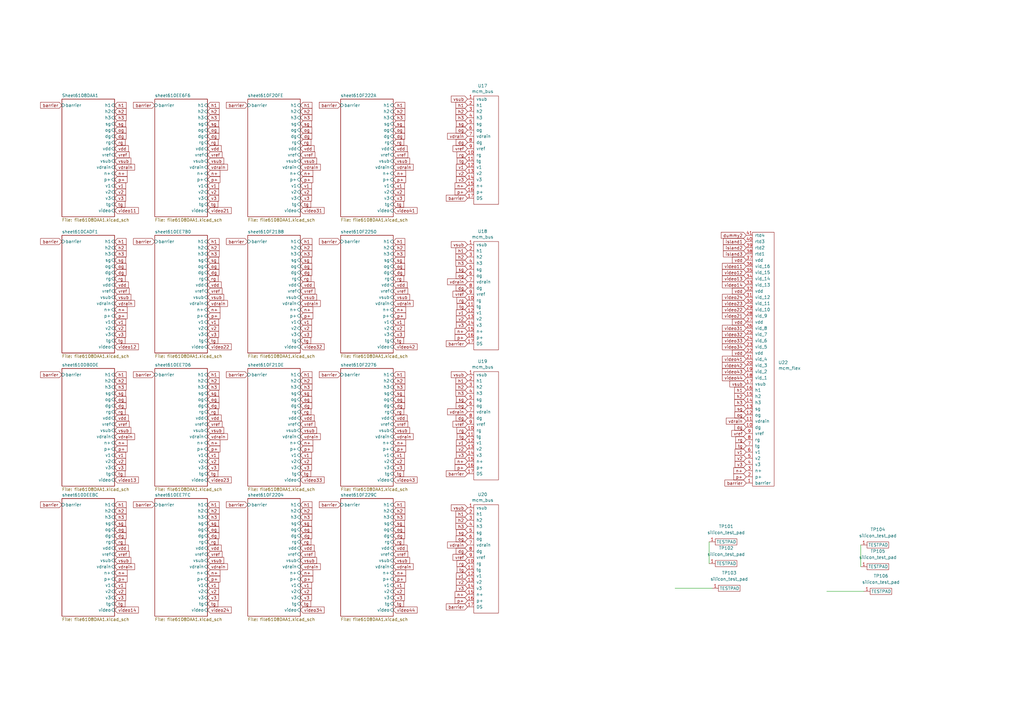
<source format=kicad_sch>
(kicad_sch (version 20230121) (generator eeschema)
  (paper "A3")
  (wire (pts (xy 353.06 223.52) (xy 353.06 232.41)))
  (wire (pts (xy 276.86 241.3) (xy 292.1 241.3)))
  (wire (pts (xy 339.09 242.57) (xy 354.33 242.57)))
  (wire (pts (xy 290.83 222.25) (xy 290.83 231.14)))
  (global_label "v3" (shape input) (at 85.09 245.11 0) (property "Intersheetrefs" "${INTERSHEET_REFS}" (effects hide)))
  (global_label "v3" (shape input) (at 191.77 73.66 180) (property "Intersheetrefs" "${INTERSHEET_REFS}" (effects hide)))
  (global_label "video13" (shape input) (at 306.07 114.3 180) (property "Intersheetrefs" "${INTERSHEET_REFS}" (effects hide)))
  (global_label "sg" (shape input) (at 85.09 214.63 0) (property "Intersheetrefs" "${INTERSHEET_REFS}" (effects hide)))
  (global_label "rg" (shape input) (at 191.77 63.5 180) (property "Intersheetrefs" "${INTERSHEET_REFS}" (effects hide)))
  (global_label "h1" (shape input) (at 85.09 99.06 0) (property "Intersheetrefs" "${INTERSHEET_REFS}" (effects hide)))
  (global_label "vsub" (shape input) (at 46.99 176.53 0) (property "Intersheetrefs" "${INTERSHEET_REFS}" (effects hide)))
  (global_label "v3" (shape input) (at 123.19 245.11 0) (property "Intersheetrefs" "${INTERSHEET_REFS}" (effects hide)))
  (global_label "tg" (shape input) (at 123.19 194.31 0) (property "Intersheetrefs" "${INTERSHEET_REFS}" (effects hide)))
  (global_label "video44" (shape input) (at 161.29 250.19 0) (property "Intersheetrefs" "${INTERSHEET_REFS}" (effects hide)))
  (global_label "h1" (shape input) (at 85.09 153.67 0) (property "Intersheetrefs" "${INTERSHEET_REFS}" (effects hide)))
  (global_label "tg" (shape input) (at 85.09 139.7 0) (property "Intersheetrefs" "${INTERSHEET_REFS}" (effects hide)))
  (global_label "p+" (shape input) (at 161.29 237.49 0) (property "Intersheetrefs" "${INTERSHEET_REFS}" (effects hide)))
  (global_label "vref" (shape input) (at 85.09 227.33 0) (property "Intersheetrefs" "${INTERSHEET_REFS}" (effects hide)))
  (global_label "n+" (shape input) (at 46.99 127 0) (property "Intersheetrefs" "${INTERSHEET_REFS}" (effects hide)))
  (global_label "video22" (shape input) (at 306.07 127 180) (property "Intersheetrefs" "${INTERSHEET_REFS}" (effects hide)))
  (global_label "barrier" (shape input) (at 139.7 207.01 180) (property "Intersheetrefs" "${INTERSHEET_REFS}" (effects hide)))
  (global_label "og" (shape input) (at 161.29 217.17 0) (property "Intersheetrefs" "${INTERSHEET_REFS}" (effects hide)))
  (global_label "n+" (shape input) (at 191.77 135.89 180) (property "Intersheetrefs" "${INTERSHEET_REFS}" (effects hide)))
  (global_label "dg" (shape input) (at 306.07 175.26 180) (property "Intersheetrefs" "${INTERSHEET_REFS}" (effects hide)))
  (global_label "tg" (shape input) (at 161.29 139.7 0) (property "Intersheetrefs" "${INTERSHEET_REFS}" (effects hide)))
  (global_label "n+" (shape input) (at 85.09 181.61 0) (property "Intersheetrefs" "${INTERSHEET_REFS}" (effects hide)))
  (global_label "tg" (shape input) (at 161.29 194.31 0) (property "Intersheetrefs" "${INTERSHEET_REFS}" (effects hide)))
  (global_label "vref" (shape input) (at 161.29 119.38 0) (property "Intersheetrefs" "${INTERSHEET_REFS}" (effects hide)))
  (global_label "video11" (shape input) (at 46.99 86.36 0) (property "Intersheetrefs" "${INTERSHEET_REFS}" (effects hide)))
  (global_label "dg" (shape input) (at 85.09 166.37 0) (property "Intersheetrefs" "${INTERSHEET_REFS}" (effects hide)))
  (global_label "video21" (shape input) (at 306.07 129.54 180) (property "Intersheetrefs" "${INTERSHEET_REFS}" (effects hide)))
  (global_label "vdd" (shape input) (at 123.19 116.84 0) (property "Intersheetrefs" "${INTERSHEET_REFS}" (effects hide)))
  (global_label "vdrain" (shape input) (at 46.99 179.07 0) (property "Intersheetrefs" "${INTERSHEET_REFS}" (effects hide)))
  (global_label "vref" (shape input) (at 161.29 227.33 0) (property "Intersheetrefs" "${INTERSHEET_REFS}" (effects hide)))
  (global_label "v2" (shape input) (at 46.99 78.74 0) (property "Intersheetrefs" "${INTERSHEET_REFS}" (effects hide)))
  (global_label "barrier" (shape input) (at 25.4 207.01 180) (property "Intersheetrefs" "${INTERSHEET_REFS}" (effects hide)))
  (global_label "rg" (shape input) (at 191.77 123.19 180) (property "Intersheetrefs" "${INTERSHEET_REFS}" (effects hide)))
  (global_label "rg" (shape input) (at 161.29 114.3 0) (property "Intersheetrefs" "${INTERSHEET_REFS}" (effects hide)))
  (global_label "p+" (shape input) (at 191.77 246.38 180) (property "Intersheetrefs" "${INTERSHEET_REFS}" (effects hide)))
  (global_label "vsub" (shape input) (at 85.09 66.04 0) (property "Intersheetrefs" "${INTERSHEET_REFS}" (effects hide)))
  (global_label "p+" (shape input) (at 123.19 73.66 0) (property "Intersheetrefs" "${INTERSHEET_REFS}" (effects hide)))
  (global_label "h2" (shape input) (at 46.99 209.55 0) (property "Intersheetrefs" "${INTERSHEET_REFS}" (effects hide)))
  (global_label "barrier" (shape input) (at 139.7 99.06 180) (property "Intersheetrefs" "${INTERSHEET_REFS}" (effects hide)))
  (global_label "h3" (shape input) (at 191.77 107.95 180) (property "Intersheetrefs" "${INTERSHEET_REFS}" (effects hide)))
  (global_label "dg" (shape input) (at 46.99 219.71 0) (property "Intersheetrefs" "${INTERSHEET_REFS}" (effects hide)))
  (global_label "vref" (shape input) (at 306.07 177.8 180) (property "Intersheetrefs" "${INTERSHEET_REFS}" (effects hide)))
  (global_label "vref" (shape input) (at 191.77 228.6 180) (property "Intersheetrefs" "${INTERSHEET_REFS}" (effects hide)))
  (global_label "v2" (shape input) (at 123.19 242.57 0) (property "Intersheetrefs" "${INTERSHEET_REFS}" (effects hide)))
  (global_label "vsub" (shape input) (at 191.77 40.64 180) (property "Intersheetrefs" "${INTERSHEET_REFS}" (effects hide)))
  (global_label "vref" (shape input) (at 85.09 173.99 0) (property "Intersheetrefs" "${INTERSHEET_REFS}" (effects hide)))
  (global_label "vdrain" (shape input) (at 46.99 232.41 0) (property "Intersheetrefs" "${INTERSHEET_REFS}" (effects hide)))
  (global_label "n+" (shape input) (at 191.77 243.84 180) (property "Intersheetrefs" "${INTERSHEET_REFS}" (effects hide)))
  (global_label "h3" (shape input) (at 46.99 104.14 0) (property "Intersheetrefs" "${INTERSHEET_REFS}" (effects hide)))
  (global_label "n+" (shape input) (at 306.07 193.04 180) (property "Intersheetrefs" "${INTERSHEET_REFS}" (effects hide)))
  (global_label "v3" (shape input) (at 306.07 190.5 180) (property "Intersheetrefs" "${INTERSHEET_REFS}" (effects hide)))
  (global_label "v1" (shape input) (at 85.09 186.69 0) (property "Intersheetrefs" "${INTERSHEET_REFS}" (effects hide)))
  (global_label "v2" (shape input) (at 123.19 134.62 0) (property "Intersheetrefs" "${INTERSHEET_REFS}" (effects hide)))
  (global_label "v1" (shape input) (at 85.09 240.03 0) (property "Intersheetrefs" "${INTERSHEET_REFS}" (effects hide)))
  (global_label "vdd" (shape input) (at 123.19 171.45 0) (property "Intersheetrefs" "${INTERSHEET_REFS}" (effects hide)))
  (global_label "h1" (shape input) (at 161.29 99.06 0) (property "Intersheetrefs" "${INTERSHEET_REFS}" (effects hide)))
  (global_label "n+" (shape input) (at 85.09 127 0) (property "Intersheetrefs" "${INTERSHEET_REFS}" (effects hide)))
  (global_label "dg" (shape input) (at 191.77 171.45 180) (property "Intersheetrefs" "${INTERSHEET_REFS}" (effects hide)))
  (global_label "rg" (shape input) (at 85.09 114.3 0) (property "Intersheetrefs" "${INTERSHEET_REFS}" (effects hide)))
  (global_label "vsub" (shape input) (at 85.09 121.92 0) (property "Intersheetrefs" "${INTERSHEET_REFS}" (effects hide)))
  (global_label "v1" (shape input) (at 46.99 132.08 0) (property "Intersheetrefs" "${INTERSHEET_REFS}" (effects hide)))
  (global_label "tg" (shape input) (at 123.19 83.82 0) (property "Intersheetrefs" "${INTERSHEET_REFS}" (effects hide)))
  (global_label "v1" (shape input) (at 191.77 181.61 180) (property "Intersheetrefs" "${INTERSHEET_REFS}" (effects hide)))
  (global_label "video34" (shape input) (at 123.19 250.19 0) (property "Intersheetrefs" "${INTERSHEET_REFS}" (effects hide)))
  (global_label "sg" (shape input) (at 191.77 50.8 180) (property "Intersheetrefs" "${INTERSHEET_REFS}" (effects hide)))
  (global_label "rg" (shape input) (at 306.07 180.34 180) (property "Intersheetrefs" "${INTERSHEET_REFS}" (effects hide)))
  (global_label "sg" (shape input) (at 46.99 161.29 0) (property "Intersheetrefs" "${INTERSHEET_REFS}" (effects hide)))
  (global_label "rg" (shape input) (at 85.09 222.25 0) (property "Intersheetrefs" "${INTERSHEET_REFS}" (effects hide)))
  (global_label "vdd" (shape input) (at 161.29 60.96 0) (property "Intersheetrefs" "${INTERSHEET_REFS}" (effects hide)))
  (global_label "barrier" (shape input) (at 191.77 248.92 180) (property "Intersheetrefs" "${INTERSHEET_REFS}" (effects hide)))
  (global_label "v2" (shape input) (at 46.99 242.57 0) (property "Intersheetrefs" "${INTERSHEET_REFS}" (effects hide)))
  (global_label "barrier" (shape input) (at 191.77 194.31 180) (property "Intersheetrefs" "${INTERSHEET_REFS}" (effects hide)))
  (global_label "barrier" (shape input) (at 101.6 207.01 180) (property "Intersheetrefs" "${INTERSHEET_REFS}" (effects hide)))
  (global_label "og" (shape input) (at 161.29 53.34 0) (property "Intersheetrefs" "${INTERSHEET_REFS}" (effects hide)))
  (global_label "v3" (shape input) (at 123.19 191.77 0) (property "Intersheetrefs" "${INTERSHEET_REFS}" (effects hide)))
  (global_label "vsub" (shape input) (at 191.77 153.67 180) (property "Intersheetrefs" "${INTERSHEET_REFS}" (effects hide)))
  (global_label "video31" (shape input) (at 306.07 134.62 180) (property "Intersheetrefs" "${INTERSHEET_REFS}" (effects hide)))
  (global_label "dg" (shape input) (at 161.29 219.71 0) (property "Intersheetrefs" "${INTERSHEET_REFS}" (effects hide)))
  (global_label "vsub" (shape input) (at 46.99 121.92 0) (property "Intersheetrefs" "${INTERSHEET_REFS}" (effects hide)))
  (global_label "rg" (shape input) (at 46.99 222.25 0) (property "Intersheetrefs" "${INTERSHEET_REFS}" (effects hide)))
  (global_label "vdrain" (shape input) (at 161.29 179.07 0) (property "Intersheetrefs" "${INTERSHEET_REFS}" (effects hide)))
  (global_label "rg" (shape input) (at 123.19 168.91 0) (property "Intersheetrefs" "${INTERSHEET_REFS}" (effects hide)))
  (global_label "vdrain" (shape input) (at 191.77 168.91 180) (property "Intersheetrefs" "${INTERSHEET_REFS}" (effects hide)))
  (global_label "video14" (shape input) (at 306.07 116.84 180) (property "Intersheetrefs" "${INTERSHEET_REFS}" (effects hide)))
  (global_label "vsub" (shape input) (at 85.09 176.53 0) (property "Intersheetrefs" "${INTERSHEET_REFS}" (effects hide)))
  (global_label "vdd" (shape input) (at 306.07 119.38 180) (property "Intersheetrefs" "${INTERSHEET_REFS}" (effects hide)))
  (global_label "vdd" (shape input) (at 46.99 116.84 0) (property "Intersheetrefs" "${INTERSHEET_REFS}" (effects hide)))
  (global_label "og" (shape input) (at 161.29 163.83 0) (property "Intersheetrefs" "${INTERSHEET_REFS}" (effects hide)))
  (global_label "og" (shape input) (at 85.09 217.17 0) (property "Intersheetrefs" "${INTERSHEET_REFS}" (effects hide)))
  (global_label "h1" (shape input) (at 85.09 207.01 0) (property "Intersheetrefs" "${INTERSHEET_REFS}" (effects hide)))
  (global_label "vdd" (shape input) (at 85.09 60.96 0) (property "Intersheetrefs" "${INTERSHEET_REFS}" (effects hide)))
  (global_label "h2" (shape input) (at 85.09 209.55 0) (property "Intersheetrefs" "${INTERSHEET_REFS}" (effects hide)))
  (global_label "tg" (shape input) (at 46.99 247.65 0) (property "Intersheetrefs" "${INTERSHEET_REFS}" (effects hide)))
  (global_label "island2" (shape input) (at 306.07 101.6 180) (property "Intersheetrefs" "${INTERSHEET_REFS}" (effects hide)))
  (global_label "video43" (shape input) (at 161.29 196.85 0) (property "Intersheetrefs" "${INTERSHEET_REFS}" (effects hide)))
  (global_label "tg" (shape input) (at 85.09 247.65 0) (property "Intersheetrefs" "${INTERSHEET_REFS}" (effects hide)))
  (global_label "v2" (shape input) (at 85.09 242.57 0) (property "Intersheetrefs" "${INTERSHEET_REFS}" (effects hide)))
  (global_label "video44" (shape input) (at 306.07 154.94 180) (property "Intersheetrefs" "${INTERSHEET_REFS}" (effects hide)))
  (global_label "h3" (shape input) (at 161.29 104.14 0) (property "Intersheetrefs" "${INTERSHEET_REFS}" (effects hide)))
  (global_label "h2" (shape input) (at 306.07 162.56 180) (property "Intersheetrefs" "${INTERSHEET_REFS}" (effects hide)))
  (global_label "sg" (shape input) (at 191.77 163.83 180) (property "Intersheetrefs" "${INTERSHEET_REFS}" (effects hide)))
  (global_label "n+" (shape input) (at 191.77 76.2 180) (property "Intersheetrefs" "${INTERSHEET_REFS}" (effects hide)))
  (global_label "n+" (shape input) (at 161.29 234.95 0) (property "Intersheetrefs" "${INTERSHEET_REFS}" (effects hide)))
  (global_label "vdd" (shape input) (at 161.29 171.45 0) (property "Intersheetrefs" "${INTERSHEET_REFS}" (effects hide)))
  (global_label "vdrain" (shape input) (at 123.19 124.46 0) (property "Intersheetrefs" "${INTERSHEET_REFS}" (effects hide)))
  (global_label "v1" (shape input) (at 191.77 128.27 180) (property "Intersheetrefs" "${INTERSHEET_REFS}" (effects hide)))
  (global_label "vdd" (shape input) (at 306.07 144.78 180) (property "Intersheetrefs" "${INTERSHEET_REFS}" (effects hide)))
  (global_label "video21" (shape input) (at 85.09 86.36 0) (property "Intersheetrefs" "${INTERSHEET_REFS}" (effects hide)))
  (global_label "v1" (shape input) (at 191.77 236.22 180) (property "Intersheetrefs" "${INTERSHEET_REFS}" (effects hide)))
  (global_label "h2" (shape input) (at 191.77 158.75 180) (property "Intersheetrefs" "${INTERSHEET_REFS}" (effects hide)))
  (global_label "rg" (shape input) (at 123.19 114.3 0) (property "Intersheetrefs" "${INTERSHEET_REFS}" (effects hide)))
  (global_label "h1" (shape input) (at 85.09 43.18 0) (property "Intersheetrefs" "${INTERSHEET_REFS}" (effects hide)))
  (global_label "barrier" (shape input) (at 63.5 43.18 180) (property "Intersheetrefs" "${INTERSHEET_REFS}" (effects hide)))
  (global_label "h2" (shape input) (at 46.99 101.6 0) (property "Intersheetrefs" "${INTERSHEET_REFS}" (effects hide)))
  (global_label "barrier" (shape input) (at 25.4 153.67 180) (property "Intersheetrefs" "${INTERSHEET_REFS}" (effects hide)))
  (global_label "vdd" (shape input) (at 306.07 132.08 180) (property "Intersheetrefs" "${INTERSHEET_REFS}" (effects hide)))
  (global_label "h1" (shape input) (at 191.77 156.21 180) (property "Intersheetrefs" "${INTERSHEET_REFS}" (effects hide)))
  (global_label "vdd" (shape input) (at 161.29 224.79 0) (property "Intersheetrefs" "${INTERSHEET_REFS}" (effects hide)))
  (global_label "h1" (shape input) (at 46.99 43.18 0) (property "Intersheetrefs" "${INTERSHEET_REFS}" (effects hide)))
  (global_label "v2" (shape input) (at 161.29 242.57 0) (property "Intersheetrefs" "${INTERSHEET_REFS}" (effects hide)))
  (global_label "p+" (shape input) (at 85.09 184.15 0) (property "Intersheetrefs" "${INTERSHEET_REFS}" (effects hide)))
  (global_label "h3" (shape input) (at 161.29 48.26 0) (property "Intersheetrefs" "${INTERSHEET_REFS}" (effects hide)))
  (global_label "h1" (shape input) (at 161.29 43.18 0) (property "Intersheetrefs" "${INTERSHEET_REFS}" (effects hide)))
  (global_label "dg" (shape input) (at 191.77 226.06 180) (property "Intersheetrefs" "${INTERSHEET_REFS}" (effects hide)))
  (global_label "dg" (shape input) (at 161.29 55.88 0) (property "Intersheetrefs" "${INTERSHEET_REFS}" (effects hide)))
  (global_label "p+" (shape input) (at 191.77 191.77 180) (property "Intersheetrefs" "${INTERSHEET_REFS}" (effects hide)))
  (global_label "h1" (shape input) (at 191.77 210.82 180) (property "Intersheetrefs" "${INTERSHEET_REFS}" (effects hide)))
  (global_label "h3" (shape input) (at 123.19 104.14 0) (property "Intersheetrefs" "${INTERSHEET_REFS}" (effects hide)))
  (global_label "h3" (shape input) (at 123.19 48.26 0) (property "Intersheetrefs" "${INTERSHEET_REFS}" (effects hide)))
  (global_label "n+" (shape input) (at 123.19 71.12 0) (property "Intersheetrefs" "${INTERSHEET_REFS}" (effects hide)))
  (global_label "og" (shape input) (at 123.19 163.83 0) (property "Intersheetrefs" "${INTERSHEET_REFS}" (effects hide)))
  (global_label "h2" (shape input) (at 123.19 101.6 0) (property "Intersheetrefs" "${INTERSHEET_REFS}" (effects hide)))
  (global_label "video22" (shape input) (at 85.09 142.24 0) (property "Intersheetrefs" "${INTERSHEET_REFS}" (effects hide)))
  (global_label "dg" (shape input) (at 191.77 58.42 180) (property "Intersheetrefs" "${INTERSHEET_REFS}" (effects hide)))
  (global_label "vref" (shape input) (at 46.99 63.5 0) (property "Intersheetrefs" "${INTERSHEET_REFS}" (effects hide)))
  (global_label "v2" (shape input) (at 306.07 187.96 180) (property "Intersheetrefs" "${INTERSHEET_REFS}" (effects hide)))
  (global_label "v1" (shape input) (at 123.19 240.03 0) (property "Intersheetrefs" "${INTERSHEET_REFS}" (effects hide)))
  (global_label "vsub" (shape input) (at 46.99 66.04 0) (property "Intersheetrefs" "${INTERSHEET_REFS}" (effects hide)))
  (global_label "vdrain" (shape input) (at 46.99 124.46 0) (property "Intersheetrefs" "${INTERSHEET_REFS}" (effects hide)))
  (global_label "h2" (shape input) (at 85.09 101.6 0) (property "Intersheetrefs" "${INTERSHEET_REFS}" (effects hide)))
  (global_label "v1" (shape input) (at 46.99 240.03 0) (property "Intersheetrefs" "${INTERSHEET_REFS}" (effects hide)))
  (global_label "vdrain" (shape input) (at 161.29 68.58 0) (property "Intersheetrefs" "${INTERSHEET_REFS}" (effects hide)))
  (global_label "vdrain" (shape input) (at 306.07 172.72 180) (property "Intersheetrefs" "${INTERSHEET_REFS}" (effects hide)))
  (global_label "rg" (shape input) (at 161.29 58.42 0) (property "Intersheetrefs" "${INTERSHEET_REFS}" (effects hide)))
  (global_label "vdrain" (shape input) (at 85.09 124.46 0) (property "Intersheetrefs" "${INTERSHEET_REFS}" (effects hide)))
  (global_label "h3" (shape input) (at 123.19 158.75 0) (property "Intersheetrefs" "${INTERSHEET_REFS}" (effects hide)))
  (global_label "v1" (shape input) (at 85.09 132.08 0) (property "Intersheetrefs" "${INTERSHEET_REFS}" (effects hide)))
  (global_label "v2" (shape input) (at 85.09 134.62 0) (property "Intersheetrefs" "${INTERSHEET_REFS}" (effects hide)))
  (global_label "og" (shape input) (at 123.19 217.17 0) (property "Intersheetrefs" "${INTERSHEET_REFS}" (effects hide)))
  (global_label "tg" (shape input) (at 191.77 233.68 180) (property "Intersheetrefs" "${INTERSHEET_REFS}" (effects hide)))
  (global_label "video24" (shape input) (at 306.07 121.92 180) (property "Intersheetrefs" "${INTERSHEET_REFS}" (effects hide)))
  (global_label "og" (shape input) (at 85.09 109.22 0) (property "Intersheetrefs" "${INTERSHEET_REFS}" (effects hide)))
  (global_label "rg" (shape input) (at 161.29 168.91 0) (property "Intersheetrefs" "${INTERSHEET_REFS}" (effects hide)))
  (global_label "barrier" (shape input) (at 63.5 207.01 180) (property "Intersheetrefs" "${INTERSHEET_REFS}" (effects hide)))
  (global_label "barrier" (shape input) (at 139.7 153.67 180) (property "Intersheetrefs" "${INTERSHEET_REFS}" (effects hide)))
  (global_label "og" (shape input) (at 85.09 163.83 0) (property "Intersheetrefs" "${INTERSHEET_REFS}" (effects hide)))
  (global_label "h1" (shape input) (at 161.29 153.67 0) (property "Intersheetrefs" "${INTERSHEET_REFS}" (effects hide)))
  (global_label "h1" (shape input) (at 123.19 43.18 0) (property "Intersheetrefs" "${INTERSHEET_REFS}" (effects hide)))
  (global_label "h3" (shape input) (at 306.07 165.1 180) (property "Intersheetrefs" "${INTERSHEET_REFS}" (effects hide)))
  (global_label "h2" (shape input) (at 161.29 156.21 0) (property "Intersheetrefs" "${INTERSHEET_REFS}" (effects hide)))
  (global_label "video12" (shape input) (at 46.99 142.24 0) (property "Intersheetrefs" "${INTERSHEET_REFS}" (effects hide)))
  (global_label "video33" (shape input) (at 306.07 139.7 180) (property "Intersheetrefs" "${INTERSHEET_REFS}" (effects hide)))
  (global_label "v2" (shape input) (at 191.77 184.15 180) (property "Intersheetrefs" "${INTERSHEET_REFS}" (effects hide)))
  (global_label "vdd" (shape input) (at 123.19 224.79 0) (property "Intersheetrefs" "${INTERSHEET_REFS}" (effects hide)))
  (global_label "vref" (shape input) (at 46.99 173.99 0) (property "Intersheetrefs" "${INTERSHEET_REFS}" (effects hide)))
  (global_label "v1" (shape input) (at 123.19 186.69 0) (property "Intersheetrefs" "${INTERSHEET_REFS}" (effects hide)))
  (global_label "vsub" (shape input) (at 191.77 100.33 180) (property "Intersheetrefs" "${INTERSHEET_REFS}" (effects hide)))
  (global_label "tg" (shape input) (at 46.99 139.7 0) (property "Intersheetrefs" "${INTERSHEET_REFS}" (effects hide)))
  (global_label "vdd" (shape input) (at 85.09 116.84 0) (property "Intersheetrefs" "${INTERSHEET_REFS}" (effects hide)))
  (global_label "video11" (shape input) (at 306.07 109.22 180) (property "Intersheetrefs" "${INTERSHEET_REFS}" (effects hide)))
  (global_label "v2" (shape input) (at 46.99 189.23 0) (property "Intersheetrefs" "${INTERSHEET_REFS}" (effects hide)))
  (global_label "sg" (shape input) (at 123.19 214.63 0) (property "Intersheetrefs" "${INTERSHEET_REFS}" (effects hide)))
  (global_label "v3" (shape input) (at 85.09 137.16 0) (property "Intersheetrefs" "${INTERSHEET_REFS}" (effects hide)))
  (global_label "vsub" (shape input) (at 123.19 229.87 0) (property "Intersheetrefs" "${INTERSHEET_REFS}" (effects hide)))
  (global_label "v1" (shape input) (at 123.19 76.2 0) (property "Intersheetrefs" "${INTERSHEET_REFS}" (effects hide)))
  (global_label "p+" (shape input) (at 46.99 73.66 0) (property "Intersheetrefs" "${INTERSHEET_REFS}" (effects hide)))
  (global_label "v1" (shape input) (at 161.29 186.69 0) (property "Intersheetrefs" "${INTERSHEET_REFS}" (effects hide)))
  (global_label "h3" (shape input) (at 85.09 158.75 0) (property "Intersheetrefs" "${INTERSHEET_REFS}" (effects hide)))
  (global_label "tg" (shape input) (at 46.99 194.31 0) (property "Intersheetrefs" "${INTERSHEET_REFS}" (effects hide)))
  (global_label "vdrain" (shape input) (at 85.09 232.41 0) (property "Intersheetrefs" "${INTERSHEET_REFS}" (effects hide)))
  (global_label "vdd" (shape input) (at 85.09 224.79 0) (property "Intersheetrefs" "${INTERSHEET_REFS}" (effects hide)))
  (global_label "tg" (shape input) (at 123.19 139.7 0) (property "Intersheetrefs" "${INTERSHEET_REFS}" (effects hide)))
  (global_label "sg" (shape input) (at 161.29 161.29 0) (property "Intersheetrefs" "${INTERSHEET_REFS}" (effects hide)))
  (global_label "video13" (shape input) (at 46.99 196.85 0) (property "Intersheetrefs" "${INTERSHEET_REFS}" (effects hide)))
  (global_label "h1" (shape input) (at 161.29 207.01 0) (property "Intersheetrefs" "${INTERSHEET_REFS}" (effects hide)))
  (global_label "video32" (shape input) (at 123.19 142.24 0) (property "Intersheetrefs" "${INTERSHEET_REFS}" (effects hide)))
  (global_label "h3" (shape input) (at 191.77 215.9 180) (property "Intersheetrefs" "${INTERSHEET_REFS}" (effects hide)))
  (global_label "og" (shape input) (at 46.99 53.34 0) (property "Intersheetrefs" "${INTERSHEET_REFS}" (effects hide)))
  (global_label "sg" (shape input) (at 306.07 167.64 180) (property "Intersheetrefs" "${INTERSHEET_REFS}" (effects hide)))
  (global_label "vref" (shape input) (at 161.29 173.99 0) (property "Intersheetrefs" "${INTERSHEET_REFS}" (effects hide)))
  (global_label "sg" (shape input) (at 161.29 214.63 0) (property "Intersheetrefs" "${INTERSHEET_REFS}" (effects hide)))
  (global_label "sg" (shape input) (at 161.29 50.8 0) (property "Intersheetrefs" "${INTERSHEET_REFS}" (effects hide)))
  (global_label "h2" (shape input) (at 191.77 105.41 180) (property "Intersheetrefs" "${INTERSHEET_REFS}" (effects hide)))
  (global_label "og" (shape input) (at 191.77 53.34 180) (property "Intersheetrefs" "${INTERSHEET_REFS}" (effects hide)))
  (global_label "v1" (shape input) (at 85.09 76.2 0) (property "Intersheetrefs" "${INTERSHEET_REFS}" (effects hide)))
  (global_label "h2" (shape input) (at 123.19 156.21 0) (property "Intersheetrefs" "${INTERSHEET_REFS}" (effects hide)))
  (global_label "h1" (shape input) (at 46.99 99.06 0) (property "Intersheetrefs" "${INTERSHEET_REFS}" (effects hide)))
  (global_label "rg" (shape input) (at 161.29 222.25 0) (property "Intersheetrefs" "${INTERSHEET_REFS}" (effects hide)))
  (global_label "vdd" (shape input) (at 161.29 116.84 0) (property "Intersheetrefs" "${INTERSHEET_REFS}" (effects hide)))
  (global_label "vdd" (shape input) (at 85.09 171.45 0) (property "Intersheetrefs" "${INTERSHEET_REFS}" (effects hide)))
  (global_label "v1" (shape input) (at 161.29 132.08 0) (property "Intersheetrefs" "${INTERSHEET_REFS}" (effects hide)))
  (global_label "v2" (shape input) (at 161.29 134.62 0) (property "Intersheetrefs" "${INTERSHEET_REFS}" (effects hide)))
  (global_label "v2" (shape input) (at 161.29 189.23 0) (property "Intersheetrefs" "${INTERSHEET_REFS}" (effects hide)))
  (global_label "p+" (shape input) (at 46.99 237.49 0) (property "Intersheetrefs" "${INTERSHEET_REFS}" (effects hide)))
  (global_label "h1" (shape input) (at 123.19 153.67 0) (property "Intersheetrefs" "${INTERSHEET_REFS}" (effects hide)))
  (global_label "vdrain" (shape input) (at 161.29 124.46 0) (property "Intersheetrefs" "${INTERSHEET_REFS}" (effects hide)))
  (global_label "v2" (shape input) (at 85.09 78.74 0) (property "Intersheetrefs" "${INTERSHEET_REFS}" (effects hide)))
  (global_label "sg" (shape input) (at 85.09 50.8 0) (property "Intersheetrefs" "${INTERSHEET_REFS}" (effects hide)))
  (global_label "n+" (shape input) (at 161.29 181.61 0) (property "Intersheetrefs" "${INTERSHEET_REFS}" (effects hide)))
  (global_label "og" (shape input) (at 85.09 53.34 0) (property "Intersheetrefs" "${INTERSHEET_REFS}" (effects hide)))
  (global_label "dg" (shape input) (at 46.99 111.76 0) (property "Intersheetrefs" "${INTERSHEET_REFS}" (effects hide)))
  (global_label "video42" (shape input) (at 161.29 142.24 0) (property "Intersheetrefs" "${INTERSHEET_REFS}" (effects hide)))
  (global_label "tg" (shape input) (at 46.99 83.82 0) (property "Intersheetrefs" "${INTERSHEET_REFS}" (effects hide)))
  (global_label "dg" (shape input) (at 85.09 111.76 0) (property "Intersheetrefs" "${INTERSHEET_REFS}" (effects hide)))
  (global_label "vsub" (shape input) (at 161.29 176.53 0) (property "Intersheetrefs" "${INTERSHEET_REFS}" (effects hide)))
  (global_label "vref" (shape input) (at 46.99 119.38 0) (property "Intersheetrefs" "${INTERSHEET_REFS}" (effects hide)))
  (global_label "barrier" (shape input) (at 63.5 99.06 180) (property "Intersheetrefs" "${INTERSHEET_REFS}" (effects hide)))
  (global_label "vdd" (shape input) (at 46.99 60.96 0) (property "Intersheetrefs" "${INTERSHEET_REFS}" (effects hide)))
  (global_label "rg" (shape input) (at 191.77 176.53 180) (property "Intersheetrefs" "${INTERSHEET_REFS}" (effects hide)))
  (global_label "v1" (shape input) (at 123.19 132.08 0) (property "Intersheetrefs" "${INTERSHEET_REFS}" (effects hide)))
  (global_label "v2" (shape input) (at 161.29 78.74 0) (property "Intersheetrefs" "${INTERSHEET_REFS}" (effects hide)))
  (global_label "vref" (shape input) (at 191.77 60.96 180) (property "Intersheetrefs" "${INTERSHEET_REFS}" (effects hide)))
  (global_label "h3" (shape input) (at 161.29 158.75 0) (property "Intersheetrefs" "${INTERSHEET_REFS}" (effects hide)))
  (global_label "dg" (shape input) (at 46.99 166.37 0) (property "Intersheetrefs" "${INTERSHEET_REFS}" (effects hide)))
  (global_label "dg" (shape input) (at 123.19 219.71 0) (property "Intersheetrefs" "${INTERSHEET_REFS}" (effects hide)))
  (global_label "vref" (shape input) (at 191.77 173.99 180) (property "Intersheetrefs" "${INTERSHEET_REFS}" (effects hide)))
  (global_label "tg" (shape input) (at 85.09 83.82 0) (property "Intersheetrefs" "${INTERSHEET_REFS}" (effects hide)))
  (global_label "video14" (shape input) (at 46.99 250.19 0) (property "Intersheetrefs" "${INTERSHEET_REFS}" (effects hide)))
  (global_label "sg" (shape input) (at 123.19 106.68 0) (property "Intersheetrefs" "${INTERSHEET_REFS}" (effects hide)))
  (global_label "v1" (shape input) (at 161.29 240.03 0) (property "Intersheetrefs" "${INTERSHEET_REFS}" (effects hide)))
  (global_label "island3" (shape input) (at 306.07 104.14 180) (property "Intersheetrefs" "${INTERSHEET_REFS}" (effects hide)))
  (global_label "barrier" (shape input) (at 63.5 153.67 180) (property "Intersheetrefs" "${INTERSHEET_REFS}" (effects hide)))
  (global_label "p+" (shape input) (at 85.09 237.49 0) (property "Intersheetrefs" "${INTERSHEET_REFS}" (effects hide)))
  (global_label "tg" (shape input) (at 123.19 247.65 0) (property "Intersheetrefs" "${INTERSHEET_REFS}" (effects hide)))
  (global_label "h2" (shape input) (at 161.29 209.55 0) (property "Intersheetrefs" "${INTERSHEET_REFS}" (effects hide)))
  (global_label "dummy2" (shape input) (at 306.07 96.52 180) (property "Intersheetrefs" "${INTERSHEET_REFS}" (effects hide)))
  (global_label "vref" (shape input) (at 123.19 63.5 0) (property "Intersheetrefs" "${INTERSHEET_REFS}" (effects hide)))
  (global_label "v3" (shape input) (at 85.09 81.28 0) (property "Intersheetrefs" "${INTERSHEET_REFS}" (effects hide)))
  (global_label "h3" (shape input) (at 191.77 161.29 180) (property "Intersheetrefs" "${INTERSHEET_REFS}" (effects hide)))
  (global_label "n+" (shape input) (at 123.19 234.95 0) (property "Intersheetrefs" "${INTERSHEET_REFS}" (effects hide)))
  (global_label "og" (shape input) (at 46.99 109.22 0) (property "Intersheetrefs" "${INTERSHEET_REFS}" (effects hide)))
  (global_label "h2" (shape input) (at 191.77 213.36 180) (property "Intersheetrefs" "${INTERSHEET_REFS}" (effects hide)))
  (global_label "vdrain" (shape input) (at 191.77 55.88 180) (property "Intersheetrefs" "${INTERSHEET_REFS}" (effects hide)))
  (global_label "n+" (shape input) (at 123.19 181.61 0) (property "Intersheetrefs" "${INTERSHEET_REFS}" (effects hide)))
  (global_label "rg" (shape input) (at 123.19 222.25 0) (property "Intersheetrefs" "${INTERSHEET_REFS}" (effects hide)))
  (global_label "vdrain" (shape input) (at 191.77 115.57 180) (property "Intersheetrefs" "${INTERSHEET_REFS}" (effects hide)))
  (global_label "p+" (shape input) (at 306.07 195.58 180) (property "Intersheetrefs" "${INTERSHEET_REFS}" (effects hide)))
  (global_label "v2" (shape input) (at 191.77 71.12 180) (property "Intersheetrefs" "${INTERSHEET_REFS}" (effects hide)))
  (global_label "barrier" (shape input) (at 306.07 198.12 180) (property "Intersheetrefs" "${INTERSHEET_REFS}" (effects hide)))
  (global_label "v1" (shape input) (at 161.29 76.2 0) (property "Intersheetrefs" "${INTERSHEET_REFS}" (effects hide)))
  (global_label "h2" (shape input) (at 85.09 156.21 0) (property "Intersheetrefs" "${INTERSHEET_REFS}" (effects hide)))
  (global_label "v3" (shape input) (at 161.29 191.77 0) (property "Intersheetrefs" "${INTERSHEET_REFS}" (effects hide)))
  (global_label "dg" (shape input) (at 161.29 166.37 0) (property "Intersheetrefs" "${INTERSHEET_REFS}" (effects hide)))
  (global_label "h3" (shape input) (at 85.09 48.26 0) (property "Intersheetrefs" "${INTERSHEET_REFS}" (effects hide)))
  (global_label "vsub" (shape input) (at 161.29 229.87 0) (property "Intersheetrefs" "${INTERSHEET_REFS}" (effects hide)))
  (global_label "dg" (shape input) (at 123.19 55.88 0) (property "Intersheetrefs" "${INTERSHEET_REFS}" (effects hide)))
  (global_label "h3" (shape input) (at 191.77 48.26 180) (property "Intersheetrefs" "${INTERSHEET_REFS}" (effects hide)))
  (global_label "vsub" (shape input) (at 85.09 229.87 0) (property "Intersheetrefs" "${INTERSHEET_REFS}" (effects hide)))
  (global_label "v3" (shape input) (at 123.19 137.16 0) (property "Intersheetrefs" "${INTERSHEET_REFS}" (effects hide)))
  (global_label "vsub" (shape input) (at 161.29 66.04 0) (property "Intersheetrefs" "${INTERSHEET_REFS}" (effects hide)))
  (global_label "vref" (shape input) (at 85.09 63.5 0) (property "Intersheetrefs" "${INTERSHEET_REFS}" (effects hide)))
  (global_label "p+" (shape input) (at 123.19 184.15 0) (property "Intersheetrefs" "${INTERSHEET_REFS}" (effects hide)))
  (global_label "v3" (shape input) (at 161.29 137.16 0) (property "Intersheetrefs" "${INTERSHEET_REFS}" (effects hide)))
  (global_label "v3" (shape input) (at 46.99 191.77 0) (property "Intersheetrefs" "${INTERSHEET_REFS}" (effects hide)))
  (global_label "video12" (shape input) (at 306.07 111.76 180) (property "Intersheetrefs" "${INTERSHEET_REFS}" (effects hide)))
  (global_label "vdd" (shape input) (at 46.99 171.45 0) (property "Intersheetrefs" "${INTERSHEET_REFS}" (effects hide)))
  (global_label "v2" (shape input) (at 191.77 238.76 180) (property "Intersheetrefs" "${INTERSHEET_REFS}" (effects hide)))
  (global_label "og" (shape input) (at 46.99 217.17 0) (property "Intersheetrefs" "${INTERSHEET_REFS}" (effects hide)))
  (global_label "vdd" (shape input) (at 123.19 60.96 0) (property "Intersheetrefs" "${INTERSHEET_REFS}" (effects hide)))
  (global_label "n+" (shape input) (at 46.99 181.61 0) (property "Intersheetrefs" "${INTERSHEET_REFS}" (effects hide)))
  (global_label "p+" (shape input) (at 85.09 129.54 0) (property "Intersheetrefs" "${INTERSHEET_REFS}" (effects hide)))
  (global_label "island1" (shape input) (at 306.07 99.06 180) (property "Intersheetrefs" "${INTERSHEET_REFS}" (effects hide)))
  (global_label "video34" (shape input) (at 306.07 142.24 180) (property "Intersheetrefs" "${INTERSHEET_REFS}" (effects hide)))
  (global_label "dg" (shape input) (at 123.19 166.37 0) (property "Intersheetrefs" "${INTERSHEET_REFS}" (effects hide)))
  (global_label "h3" (shape input) (at 85.09 104.14 0) (property "Intersheetrefs" "${INTERSHEET_REFS}" (effects hide)))
  (global_label "h3" (shape input) (at 161.29 212.09 0) (property "Intersheetrefs" "${INTERSHEET_REFS}" (effects hide)))
  (global_label "vdrain" (shape input) (at 46.99 68.58 0) (property "Intersheetrefs" "${INTERSHEET_REFS}" (effects hide)))
  (global_label "p+" (shape input) (at 85.09 73.66 0) (property "Intersheetrefs" "${INTERSHEET_REFS}" (effects hide)))
  (global_label "vref" (shape input) (at 123.19 227.33 0) (property "Intersheetrefs" "${INTERSHEET_REFS}" (effects hide)))
  (global_label "sg" (shape input) (at 191.77 110.49 180) (property "Intersheetrefs" "${INTERSHEET_REFS}" (effects hide)))
  (global_label "v3" (shape input) (at 161.29 245.11 0) (property "Intersheetrefs" "${INTERSHEET_REFS}" (effects hide)))
  (global_label "h2" (shape input) (at 123.19 45.72 0) (property "Intersheetrefs" "${INTERSHEET_REFS}" (effects hide)))
  (global_label "tg" (shape input) (at 306.07 182.88 180) (property "Intersheetrefs" "${INTERSHEET_REFS}" (effects hide)))
  (global_label "v3" (shape input) (at 191.77 241.3 180) (property "Intersheetrefs" "${INTERSHEET_REFS}" (effects hide)))
  (global_label "vref" (shape input) (at 123.19 173.99 0) (property "Intersheetrefs" "${INTERSHEET_REFS}" (effects hide)))
  (global_label "video33" (shape input) (at 123.19 196.85 0) (property "Intersheetrefs" "${INTERSHEET_REFS}" (effects hide)))
  (global_label "sg" (shape input) (at 123.19 50.8 0) (property "Intersheetrefs" "${INTERSHEET_REFS}" (effects hide)))
  (global_label "v1" (shape input) (at 46.99 76.2 0) (property "Intersheetrefs" "${INTERSHEET_REFS}" (effects hide)))
  (global_label "barrier" (shape input) (at 139.7 43.18 180) (property "Intersheetrefs" "${INTERSHEET_REFS}" (effects hide)))
  (global_label "tg" (shape input) (at 161.29 83.82 0) (property "Intersheetrefs" "${INTERSHEET_REFS}" (effects hide)))
  (global_label "vsub" (shape input) (at 123.19 176.53 0) (property "Intersheetrefs" "${INTERSHEET_REFS}" (effects hide)))
  (global_label "v2" (shape input) (at 85.09 189.23 0) (property "Intersheetrefs" "${INTERSHEET_REFS}" (effects hide)))
  (global_label "v3" (shape input) (at 46.99 245.11 0) (property "Intersheetrefs" "${INTERSHEET_REFS}" (effects hide)))
  (global_label "dg" (shape input) (at 123.19 111.76 0) (property "Intersheetrefs" "${INTERSHEET_REFS}" (effects hide)))
  (global_label "og" (shape input) (at 191.77 113.03 180) (property "Intersheetrefs" "${INTERSHEET_REFS}" (effects hide)))
  (global_label "h1" (shape input) (at 46.99 207.01 0) (property "Intersheetrefs" "${INTERSHEET_REFS}" (effects hide)))
  (global_label "h2" (shape input) (at 191.77 45.72 180) (property "Intersheetrefs" "${INTERSHEET_REFS}" (effects hide)))
  (global_label "h3" (shape input) (at 123.19 212.09 0) (property "Intersheetrefs" "${INTERSHEET_REFS}" (effects hide)))
  (global_label "tg" (shape input) (at 85.09 194.31 0) (property "Intersheetrefs" "${INTERSHEET_REFS}" (effects hide)))
  (global_label "h1" (shape input) (at 46.99 153.67 0) (property "Intersheetrefs" "${INTERSHEET_REFS}" (effects hide)))
  (global_label "p+" (shape input) (at 191.77 78.74 180) (property "Intersheetrefs" "${INTERSHEET_REFS}" (effects hide)))
  (global_label "vref" (shape input) (at 46.99 227.33 0) (property "Intersheetrefs" "${INTERSHEET_REFS}" (effects hide)))
  (global_label "sg" (shape input) (at 46.99 106.68 0) (property "Intersheetrefs" "${INTERSHEET_REFS}" (effects hide)))
  (global_label "sg" (shape input) (at 123.19 161.29 0) (property "Intersheetrefs" "${INTERSHEET_REFS}" (effects hide)))
  (global_label "rg" (shape input) (at 46.99 114.3 0) (property "Intersheetrefs" "${INTERSHEET_REFS}" (effects hide)))
  (global_label "v3" (shape input) (at 46.99 137.16 0) (property "Intersheetrefs" "${INTERSHEET_REFS}" (effects hide)))
  (global_label "video23" (shape input) (at 85.09 196.85 0) (property "Intersheetrefs" "${INTERSHEET_REFS}" (effects hide)))
  (global_label "vref" (shape input) (at 85.09 119.38 0) (property "Intersheetrefs" "${INTERSHEET_REFS}" (effects hide)))
  (global_label "video32" (shape input) (at 306.07 137.16 180) (property "Intersheetrefs" "${INTERSHEET_REFS}" (effects hide)))
  (global_label "sg" (shape input) (at 85.09 106.68 0) (property "Intersheetrefs" "${INTERSHEET_REFS}" (effects hide)))
  (global_label "v3" (shape input) (at 191.77 186.69 180) (property "Intersheetrefs" "${INTERSHEET_REFS}" (effects hide)))
  (global_label "tg" (shape input) (at 191.77 125.73 180) (property "Intersheetrefs" "${INTERSHEET_REFS}" (effects hide)))
  (global_label "vdrain" (shape input) (at 191.77 223.52 180) (property "Intersheetrefs" "${INTERSHEET_REFS}" (effects hide)))
  (global_label "v3" (shape input) (at 123.19 81.28 0) (property "Intersheetrefs" "${INTERSHEET_REFS}" (effects hide)))
  (global_label "rg" (shape input) (at 191.77 231.14 180) (property "Intersheetrefs" "${INTERSHEET_REFS}" (effects hide)))
  (global_label "v3" (shape input) (at 191.77 133.35 180) (property "Intersheetrefs" "${INTERSHEET_REFS}" (effects hide)))
  (global_label "h3" (shape input) (at 46.99 158.75 0) (property "Intersheetrefs" "${INTERSHEET_REFS}" (effects hide)))
  (global_label "p+" (shape input) (at 123.19 237.49 0) (property "Intersheetrefs" "${INTERSHEET_REFS}" (effects hide)))
  (global_label "video23" (shape input) (at 306.07 124.46 180) (property "Intersheetrefs" "${INTERSHEET_REFS}" (effects hide)))
  (global_label "video31" (shape input) (at 123.19 86.36 0) (property "Intersheetrefs" "${INTERSHEET_REFS}" (effects hide)))
  (global_label "og" (shape input) (at 191.77 166.37 180) (property "Intersheetrefs" "${INTERSHEET_REFS}" (effects hide)))
  (global_label "barrier" (shape input) (at 101.6 153.67 180) (property "Intersheetrefs" "${INTERSHEET_REFS}" (effects hide)))
  (global_label "rg" (shape input) (at 85.09 58.42 0) (property "Intersheetrefs" "${INTERSHEET_REFS}" (effects hide)))
  (global_label "og" (shape input) (at 161.29 109.22 0) (property "Intersheetrefs" "${INTERSHEET_REFS}" (effects hide)))
  (global_label "v3" (shape input) (at 85.09 191.77 0) (property "Intersheetrefs" "${INTERSHEET_REFS}" (effects hide)))
  (global_label "dg" (shape input) (at 85.09 219.71 0) (property "Intersheetrefs" "${INTERSHEET_REFS}" (effects hide)))
  (global_label "video41" (shape input) (at 306.07 147.32 180) (property "Intersheetrefs" "${INTERSHEET_REFS}" (effects hide)))
  (global_label "n+" (shape input) (at 46.99 234.95 0) (property "Intersheetrefs" "${INTERSHEET_REFS}" (effects hide)))
  (global_label "dg" (shape input) (at 85.09 55.88 0) (property "Intersheetrefs" "${INTERSHEET_REFS}" (effects hide)))
  (global_label "h1" (shape input) (at 123.19 99.06 0) (property "Intersheetrefs" "${INTERSHEET_REFS}" (effects hide)))
  (global_label "rg" (shape input) (at 123.19 58.42 0) (property "Intersheetrefs" "${INTERSHEET_REFS}" (effects hide)))
  (global_label "vsub" (shape input) (at 191.77 208.28 180) (property "Intersheetrefs" "${INTERSHEET_REFS}" (effects hide)))
  (global_label "vdd" (shape input) (at 306.07 106.68 180) (property "Intersheetrefs" "${INTERSHEET_REFS}" (effects hide)))
  (global_label "vdd" (shape input) (at 46.99 224.79 0) (property "Intersheetrefs" "${INTERSHEET_REFS}" (effects hide)))
  (global_label "p+" (shape input) (at 46.99 129.54 0) (property "Intersheetrefs" "${INTERSHEET_REFS}" (effects hide)))
  (global_label "dg" (shape input) (at 46.99 55.88 0) (property "Intersheetrefs" "${INTERSHEET_REFS}" (effects hide)))
  (global_label "og" (shape input) (at 123.19 53.34 0) (property "Intersheetrefs" "${INTERSHEET_REFS}" (effects hide)))
  (global_label "h2" (shape input) (at 123.19 209.55 0) (property "Intersheetrefs" "${INTERSHEET_REFS}" (effects hide)))
  (global_label "v2" (shape input) (at 123.19 78.74 0) (property "Intersheetrefs" "${INTERSHEET_REFS}" (effects hide)))
  (global_label "video42" (shape input) (at 306.07 149.86 180) (property "Intersheetrefs" "${INTERSHEET_REFS}" (effects hide)))
  (global_label "vdrain" (shape input) (at 123.19 179.07 0) (property "Intersheetrefs" "${INTERSHEET_REFS}" (effects hide)))
  (global_label "barrier" (shape input) (at 101.6 43.18 180) (property "Intersheetrefs" "${INTERSHEET_REFS}" (effects hide)))
  (global_label "vdrain" (shape input) (at 123.19 232.41 0) (property "Intersheetrefs" "${INTERSHEET_REFS}" (effects hide)))
  (global_label "tg" (shape input) (at 191.77 66.04 180) (property "Intersheetrefs" "${INTERSHEET_REFS}" (effects hide)))
  (global_label "v2" (shape input) (at 191.77 130.81 180) (property "Intersheetrefs" "${INTERSHEET_REFS}" (effects hide)))
  (global_label "vsub" (shape input) (at 123.19 121.92 0) (property "Intersheetrefs" "${INTERSHEET_REFS}" (effects hide)))
  (global_label "p+" (shape input) (at 123.19 129.54 0) (property "Intersheetrefs" "${INTERSHEET_REFS}" (effects hide)))
  (global_label "og" (shape input) (at 46.99 163.83 0) (property "Intersheetrefs" "${INTERSHEET_REFS}" (effects hide)))
  (global_label "v3" (shape input) (at 161.29 81.28 0) (property "Intersheetrefs" "${INTERSHEET_REFS}" (effects hide)))
  (global_label "n+" (shape input) (at 85.09 234.95 0) (property "Intersheetrefs" "${INTERSHEET_REFS}" (effects hide)))
  (global_label "h2" (shape input) (at 46.99 156.21 0) (property "Intersheetrefs" "${INTERSHEET_REFS}" (effects hide)))
  (global_label "v2" (shape input) (at 123.19 189.23 0) (property "Intersheetrefs" "${INTERSHEET_REFS}" (effects hide)))
  (global_label "rg" (shape input) (at 46.99 58.42 0) (property "Intersheetrefs" "${INTERSHEET_REFS}" (effects hide)))
  (global_label "n+" (shape input) (at 191.77 189.23 180) (property "Intersheetrefs" "${INTERSHEET_REFS}" (effects hide)))
  (global_label "h1" (shape input) (at 123.19 207.01 0) (property "Intersheetrefs" "${INTERSHEET_REFS}" (effects hide)))
  (global_label "v1" (shape input) (at 306.07 185.42 180) (property "Intersheetrefs" "${INTERSHEET_REFS}" (effects hide)))
  (global_label "dg" (shape input) (at 161.29 111.76 0) (property "Intersheetrefs" "${INTERSHEET_REFS}" (effects hide)))
  (global_label "barrier" (shape input) (at 101.6 99.06 180) (property "Intersheetrefs" "${INTERSHEET_REFS}" (effects hide)))
  (global_label "video43" (shape input) (at 306.07 152.4 180) (property "Intersheetrefs" "${INTERSHEET_REFS}" (effects hide)))
  (global_label "video41" (shape input) (at 161.29 86.36 0) (property "Intersheetrefs" "${INTERSHEET_REFS}" (effects hide)))
  (global_label "v1" (shape input) (at 46.99 186.69 0) (property "Intersheetrefs" "${INTERSHEET_REFS}" (effects hide)))
  (global_label "barrier" (shape input) (at 191.77 140.97 180) (property "Intersheetrefs" "${INTERSHEET_REFS}" (effects hide)))
  (global_label "p+" (shape input) (at 161.29 184.15 0) (property "Intersheetrefs" "${INTERSHEET_REFS}" (effects hide)))
  (global_label "og" (shape input) (at 123.19 109.22 0) (property "Intersheetrefs" "${INTERSHEET_REFS}" (effects hide)))
  (global_label "n+" (shape input) (at 161.29 71.12 0) (property "Intersheetrefs" "${INTERSHEET_REFS}" (effects hide)))
  (global_label "og" (shape input) (at 191.77 220.98 180) (property "Intersheetrefs" "${INTERSHEET_REFS}" (effects hide)))
  (global_label "n+" (shape input) (at 85.09 71.12 0) (property "Intersheetrefs" "${INTERSHEET_REFS}" (effects hide)))
  (global_label "h2" (shape input) (at 161.29 45.72 0) (property "Intersheetrefs" "${INTERSHEET_REFS}" (effects hide)))
  (global_label "rg" (shape input) (at 46.99 168.91 0) (property "Intersheetrefs" "${INTERSHEET_REFS}" (effects hide)))
  (global_label "barrier" (shape input) (at 25.4 43.18 180) (property "Intersheetrefs" "${INTERSHEET_REFS}" (effects hide)))
  (global_label "n+" (shape input) (at 161.29 127 0) (property "Intersheetrefs" "${INTERSHEET_REFS}" (effects hide)))
  (global_label "h3" (shape input) (at 85.09 212.09 0) (property "Intersheetrefs" "${INTERSHEET_REFS}" (effects hide)))
  (global_label "p+" (shape input) (at 161.29 129.54 0) (property "Intersheetrefs" "${INTERSHEET_REFS}" (effects hide)))
  (global_label "vsub" (shape input) (at 46.99 229.87 0) (property "Intersheetrefs" "${INTERSHEET_REFS}" (effects hide)))
  (global_label "h3" (shape input) (at 46.99 212.09 0) (property "Intersheetrefs" "${INTERSHEET_REFS}" (effects hide)))
  (global_label "rg" (shape input) (at 85.09 168.91 0) (property "Intersheetrefs" "${INTERSHEET_REFS}" (effects hide)))
  (global_label "p+" (shape input) (at 191.77 138.43 180) (property "Intersheetrefs" "${INTERSHEET_REFS}" (effects hide)))
  (global_label "h2" (shape input) (at 46.99 45.72 0) (property "Intersheetrefs" "${INTERSHEET_REFS}" (effects hide)))
  (global_label "vdrain" (shape input) (at 85.09 68.58 0) (property "Intersheetrefs" "${INTERSHEET_REFS}" (effects hide)))
  (global_label "sg" (shape input) (at 46.99 214.63 0) (property "Intersheetrefs" "${INTERSHEET_REFS}" (effects hide)))
  (global_label "vsub" (shape input) (at 161.29 121.92 0) (property "Intersheetrefs" "${INTERSHEET_REFS}" (effects hide)))
  (global_label "vsub" (shape input) (at 306.07 157.48 180) (property "Intersheetrefs" "${INTERSHEET_REFS}" (effects hide)))
  (global_label "h1" (shape input) (at 191.77 43.18 180) (property "Intersheetrefs" "${INTERSHEET_REFS}" (effects hide)))
  (global_label "vref" (shape input) (at 123.19 119.38 0) (property "Intersheetrefs" "${INTERSHEET_REFS}" (effects hide)))
  (global_label "h1" (shape input) (at 306.07 160.02 180) (property "Intersheetrefs" "${INTERSHEET_REFS}" (effects hide)))
  (global_label "barrier" (shape input) (at 191.77 81.28 180) (property "Intersheetrefs" "${INTERSHEET_REFS}" (effects hide)))
  (global_label "sg" (shape input) (at 46.99 50.8 0) (property "Intersheetrefs" "${INTERSHEET_REFS}" (effects hide)))
  (global_label "v2" (shape input) (at 46.99 134.62 0) (property "Intersheetrefs" "${INTERSHEET_REFS}" (effects hide)))
  (global_label "vdrain" (shape input) (at 161.29 232.41 0) (property "Intersheetrefs" "${INTERSHEET_REFS}" (effects hide)))
  (global_label "h3" (shape input) (at 46.99 48.26 0) (property "Intersheetrefs" "${INTERSHEET_REFS}" (effects hide)))
  (global_label "n+" (shape input) (at 46.99 71.12 0) (property "Intersheetrefs" "${INTERSHEET_REFS}" (effects hide)))
  (global_label "vdrain" (shape input) (at 85.09 179.07 0) (property "Intersheetrefs" "${INTERSHEET_REFS}" (effects hide)))
  (global_label "tg" (shape input) (at 161.29 247.65 0) (property "Intersheetrefs" "${INTERSHEET_REFS}" (effects hide)))
  (global_label "h2" (shape input) (at 161.29 101.6 0) (property "Intersheetrefs" "${INTERSHEET_REFS}" (effects hide)))
  (global_label "h1" (shape input) (at 191.77 102.87 180) (property "Intersheetrefs" "${INTERSHEET_REFS}" (effects hide)))
  (global_label "h2" (shape input) (at 85.09 45.72 0) (property "Intersheetrefs" "${INTERSHEET_REFS}" (effects hide)))
  (global_label "barrier" (shape input) (at 25.4 99.06 180) (property "Intersheetrefs" "${INTERSHEET_REFS}" (effects hide)))
  (global_label "vref" (shape input) (at 191.77 120.65 180) (property "Intersheetrefs" "${INTERSHEET_REFS}" (effects hide)))
  (global_label "v3" (shape input) (at 46.99 81.28 0) (property "Intersheetrefs" "${INTERSHEET_REFS}" (effects hide)))
  (global_label "og" (shape input) (at 306.07 170.18 180) (property "Intersheetrefs" "${INTERSHEET_REFS}" (effects hide)))
  (global_label "sg" (shape input) (at 85.09 161.29 0) (property "Intersheetrefs" "${INTERSHEET_REFS}" (effects hide)))
  (global_label "n+" (shape input) (at 123.19 127 0) (property "Intersheetrefs" "${INTERSHEET_REFS}" (effects hide)))
  (global_label "vref" (shape input) (at 161.29 63.5 0) (property "Intersheetrefs" "${INTERSHEET_REFS}" (effects hide)))
  (global_label "video24" (shape input) (at 85.09 250.19 0) (property "Intersheetrefs" "${INTERSHEET_REFS}" (effects hide)))
  (global_label "v1" (shape input) (at 191.77 68.58 180) (property "Intersheetrefs" "${INTERSHEET_REFS}" (effects hide)))
  (global_label "vdrain" (shape input) (at 123.19 68.58 0) (property "Intersheetrefs" "${INTERSHEET_REFS}" (effects hide)))
  (global_label "tg" (shape input) (at 191.77 179.07 180) (property "Intersheetrefs" "${INTERSHEET_REFS}" (effects hide)))
  (global_label "sg" (shape input) (at 161.29 106.68 0) (property "Intersheetrefs" "${INTERSHEET_REFS}" (effects hide)))
  (global_label "dg" (shape input) (at 191.77 118.11 180) (property "Intersheetrefs" "${INTERSHEET_REFS}" (effects hide)))
  (global_label "sg" (shape input) (at 191.77 218.44 180) (property "Intersheetrefs" "${INTERSHEET_REFS}" (effects hide)))
  (global_label "p+" (shape input) (at 161.29 73.66 0) (property "Intersheetrefs" "${INTERSHEET_REFS}" (effects hide)))
  (global_label "vsub" (shape input) (at 123.19 66.04 0) (property "Intersheetrefs" "${INTERSHEET_REFS}" (effects hide)))
  (global_label "p+" (shape input) (at 46.99 184.15 0) (property "Intersheetrefs" "${INTERSHEET_REFS}" (effects hide)))
  (symbol (lib_id "MC_1278x1058_pads_8Feb2021:mcm_bus") (at 191.77 38.1 0) (mirror x) (unit 1)
    (property "Reference" "U17" (at 197.9168 35.179 0))
    (property "Value" "mcm_bus" (at 197.9168 37.4904 0))
    (property "Footprint" "projectFootprints:mcm_bus" (effects hide))
  )
  (symbol (lib_id "MC_1278x1058_pads_8Feb2021:mcm_bus") (at 191.77 97.79 0) (mirror x) (unit 1)
    (property "Reference" "U18" (at 197.9168 94.869 0))
    (property "Value" "mcm_bus" (at 197.9168 97.1804 0))
    (property "Footprint" "projectFootprints:mcm_bus" (effects hide))
  )
  (symbol (lib_id "MC_1278x1058_pads_8Feb2021:mcm_bus") (at 191.77 151.13 0) (mirror x) (unit 1)
    (property "Reference" "U19" (at 197.9168 148.209 0))
    (property "Value" "mcm_bus" (at 197.9168 150.5204 0))
    (property "Footprint" "projectFootprints:mcm_bus" (effects hide))
  )
  (symbol (lib_id "MC_1278x1058_pads_8Feb2021:mcm_bus") (at 191.77 205.74 0) (mirror x) (unit 1)
    (property "Reference" "U20" (at 197.9168 202.819 0))
    (property "Value" "mcm_bus" (at 197.9168 205.1304 0))
    (property "Footprint" "projectFootprints:mcm_bus" (effects hide))
  )
  (symbol (lib_id "MC_1278x1058_pads_8Feb2021:mcm_flex") (at 306.07 200.66 0) (unit 1)
    (property "Reference" "U22" (at 319.2272 148.6916 0) (effects (justify left)))
    (property "Value" "mcm_flex" (at 319.2272 151.003 0) (effects (justify left)))
    (property "Footprint" "projectFootprints:mcm_flex" (effects hide))
  )
  (symbol (lib_id "connectors:silicon_test_pad") (at 356.87 240.03 0) (unit 1)
    (property "Reference" "TP106" (at 361.315 236.22 0))
    (property "Value" "silicon_test_pad" (at 361.315 238.76 0))
    (property "Footprint" "projectFootprints:TEST-PAD" (effects hide))
  )
  (symbol (lib_id "connectors:silicon_test_pad") (at 293.37 228.6 0) (unit 1)
    (property "Reference" "TP102" (at 297.815 224.79 0))
    (property "Value" "silicon_test_pad" (at 297.815 227.33 0))
    (property "Footprint" "projectFootprints:TEST-PAD" (effects hide))
  )
  (symbol (lib_id "connectors:silicon_test_pad") (at 355.6 220.98 0) (unit 1)
    (property "Reference" "TP104" (at 360.045 217.17 0))
    (property "Value" "silicon_test_pad" (at 360.045 219.71 0))
    (property "Footprint" "projectFootprints:TEST-PAD" (effects hide))
  )
  (symbol (lib_id "connectors:silicon_test_pad") (at 355.6 229.87 0) (unit 1)
    (property "Reference" "TP105" (at 360.045 226.06 0))
    (property "Value" "silicon_test_pad" (at 360.045 228.6 0))
    (property "Footprint" "projectFootprints:TEST-PAD" (effects hide))
  )
  (symbol (lib_id "connectors:silicon_test_pad") (at 294.64 238.76 0) (unit 1)
    (property "Reference" "TP103" (at 299.085 234.95 0))
    (property "Value" "silicon_test_pad" (at 299.085 237.49 0))
    (property "Footprint" "projectFootprints:TEST-PAD" (effects hide))
  )
  (symbol (lib_id "connectors:silicon_test_pad") (at 293.37 219.71 0) (unit 1)
    (property "Reference" "TP101" (at 297.815 215.9 0))
    (property "Value" "silicon_test_pad" (at 297.815 218.44 0))
    (property "Footprint" "projectFootprints:TEST-PAD" (effects hide))
  )
  (sheet (at 25.4 40.64) (size 21.59 48.26)
    (property "Sheetname" "Sheet6108DAA1" (at 25.4 39.9284 0) (effects (justify left bottom)))
    (property "Sheetfile" "file6108DAA1.kicad_sch" (at 25.4 89.4846 0) (effects (justify left top)))
    (pin "h1" input (at 46.99 43.18 0))
    (pin "h2" input (at 46.99 45.72 0))
    (pin "h3" input (at 46.99 48.26 0))
    (pin "sg" input (at 46.99 50.8 0))
    (pin "og" input (at 46.99 53.34 0))
    (pin "dg" input (at 46.99 55.88 0))
    (pin "vdd" input (at 46.99 60.96 0))
    (pin "vref" input (at 46.99 63.5 0))
    (pin "vsub" input (at 46.99 66.04 0))
    (pin "n+" input (at 46.99 71.12 0))
    (pin "p+" input (at 46.99 73.66 0))
    (pin "v1" input (at 46.99 76.2 0))
    (pin "v2" input (at 46.99 78.74 0))
    (pin "v3" input (at 46.99 81.28 0))
    (pin "vdrain" input (at 46.99 68.58 0))
    (pin "rg" input (at 46.99 58.42 0))
    (pin "tg" input (at 46.99 83.82 0))
    (pin "video" input (at 46.99 86.36 0))
    (pin "barrier" input (at 25.4 43.18 180))
  )
  (sheet (at 25.4 96.52) (size 21.59 48.26)
    (property "Sheetname" "sheet610CADF1" (at 25.4 95.8084 0) (effects (justify left bottom)))
    (property "Sheetfile" "file6108DAA1.kicad_sch" (at 25.4 145.3646 0) (effects (justify left top)))
    (pin "h1" input (at 46.99 99.06 0))
    (pin "h2" input (at 46.99 101.6 0))
    (pin "h3" input (at 46.99 104.14 0))
    (pin "sg" input (at 46.99 106.68 0))
    (pin "og" input (at 46.99 109.22 0))
    (pin "dg" input (at 46.99 111.76 0))
    (pin "vdd" input (at 46.99 116.84 0))
    (pin "vref" input (at 46.99 119.38 0))
    (pin "vsub" input (at 46.99 121.92 0))
    (pin "n+" input (at 46.99 127 0))
    (pin "p+" input (at 46.99 129.54 0))
    (pin "v1" input (at 46.99 132.08 0))
    (pin "v2" input (at 46.99 134.62 0))
    (pin "v3" input (at 46.99 137.16 0))
    (pin "vdrain" input (at 46.99 124.46 0))
    (pin "rg" input (at 46.99 114.3 0))
    (pin "tg" input (at 46.99 139.7 0))
    (pin "video" input (at 46.99 142.24 0))
    (pin "barrier" input (at 25.4 99.06 180))
  )
  (sheet (at 25.4 151.13) (size 21.59 48.26)
    (property "Sheetname" "sheet610DB0DE" (at 25.4 150.4184 0) (effects (justify left bottom)))
    (property "Sheetfile" "file6108DAA1.kicad_sch" (at 25.4 199.9746 0) (effects (justify left top)))
    (pin "h1" input (at 46.99 153.67 0))
    (pin "h2" input (at 46.99 156.21 0))
    (pin "h3" input (at 46.99 158.75 0))
    (pin "sg" input (at 46.99 161.29 0))
    (pin "og" input (at 46.99 163.83 0))
    (pin "dg" input (at 46.99 166.37 0))
    (pin "vdd" input (at 46.99 171.45 0))
    (pin "vref" input (at 46.99 173.99 0))
    (pin "vsub" input (at 46.99 176.53 0))
    (pin "n+" input (at 46.99 181.61 0))
    (pin "p+" input (at 46.99 184.15 0))
    (pin "v1" input (at 46.99 186.69 0))
    (pin "v2" input (at 46.99 189.23 0))
    (pin "v3" input (at 46.99 191.77 0))
    (pin "vdrain" input (at 46.99 179.07 0))
    (pin "rg" input (at 46.99 168.91 0))
    (pin "tg" input (at 46.99 194.31 0))
    (pin "video" input (at 46.99 196.85 0))
    (pin "barrier" input (at 25.4 153.67 180))
  )
  (sheet (at 25.4 204.47) (size 21.59 48.26)
    (property "Sheetname" "sheet610DEEBC" (at 25.4 203.7584 0) (effects (justify left bottom)))
    (property "Sheetfile" "file6108DAA1.kicad_sch" (at 25.4 253.3146 0) (effects (justify left top)))
    (pin "h1" input (at 46.99 207.01 0))
    (pin "h2" input (at 46.99 209.55 0))
    (pin "h3" input (at 46.99 212.09 0))
    (pin "sg" input (at 46.99 214.63 0))
    (pin "og" input (at 46.99 217.17 0))
    (pin "dg" input (at 46.99 219.71 0))
    (pin "vdd" input (at 46.99 224.79 0))
    (pin "vref" input (at 46.99 227.33 0))
    (pin "vsub" input (at 46.99 229.87 0))
    (pin "n+" input (at 46.99 234.95 0))
    (pin "p+" input (at 46.99 237.49 0))
    (pin "v1" input (at 46.99 240.03 0))
    (pin "v2" input (at 46.99 242.57 0))
    (pin "v3" input (at 46.99 245.11 0))
    (pin "vdrain" input (at 46.99 232.41 0))
    (pin "rg" input (at 46.99 222.25 0))
    (pin "tg" input (at 46.99 247.65 0))
    (pin "video" input (at 46.99 250.19 0))
    (pin "barrier" input (at 25.4 207.01 180))
  )
  (sheet (at 63.5 40.64) (size 21.59 48.26)
    (property "Sheetname" "sheet610EE6F6" (at 63.5 39.9284 0) (effects (justify left bottom)))
    (property "Sheetfile" "file6108DAA1.kicad_sch" (at 63.5 89.4846 0) (effects (justify left top)))
    (pin "h1" input (at 85.09 43.18 0))
    (pin "h2" input (at 85.09 45.72 0))
    (pin "h3" input (at 85.09 48.26 0))
    (pin "sg" input (at 85.09 50.8 0))
    (pin "og" input (at 85.09 53.34 0))
    (pin "dg" input (at 85.09 55.88 0))
    (pin "vdd" input (at 85.09 60.96 0))
    (pin "vref" input (at 85.09 63.5 0))
    (pin "vsub" input (at 85.09 66.04 0))
    (pin "n+" input (at 85.09 71.12 0))
    (pin "p+" input (at 85.09 73.66 0))
    (pin "v1" input (at 85.09 76.2 0))
    (pin "v2" input (at 85.09 78.74 0))
    (pin "v3" input (at 85.09 81.28 0))
    (pin "vdrain" input (at 85.09 68.58 0))
    (pin "rg" input (at 85.09 58.42 0))
    (pin "tg" input (at 85.09 83.82 0))
    (pin "video" input (at 85.09 86.36 0))
    (pin "barrier" input (at 63.5 43.18 180))
  )
  (sheet (at 63.5 96.52) (size 21.59 48.26)
    (property "Sheetname" "sheet610EE7B0" (at 63.5 95.8084 0) (effects (justify left bottom)))
    (property "Sheetfile" "file6108DAA1.kicad_sch" (at 63.5 145.3646 0) (effects (justify left top)))
    (pin "h1" input (at 85.09 99.06 0))
    (pin "h2" input (at 85.09 101.6 0))
    (pin "h3" input (at 85.09 104.14 0))
    (pin "sg" input (at 85.09 106.68 0))
    (pin "og" input (at 85.09 109.22 0))
    (pin "dg" input (at 85.09 111.76 0))
    (pin "vdd" input (at 85.09 116.84 0))
    (pin "vref" input (at 85.09 119.38 0))
    (pin "vsub" input (at 85.09 121.92 0))
    (pin "n+" input (at 85.09 127 0))
    (pin "p+" input (at 85.09 129.54 0))
    (pin "v1" input (at 85.09 132.08 0))
    (pin "v2" input (at 85.09 134.62 0))
    (pin "v3" input (at 85.09 137.16 0))
    (pin "vdrain" input (at 85.09 124.46 0))
    (pin "rg" input (at 85.09 114.3 0))
    (pin "tg" input (at 85.09 139.7 0))
    (pin "video" input (at 85.09 142.24 0))
    (pin "barrier" input (at 63.5 99.06 180))
  )
  (sheet (at 63.5 151.13) (size 21.59 48.26)
    (property "Sheetname" "sheet610EE7D6" (at 63.5 150.4184 0) (effects (justify left bottom)))
    (property "Sheetfile" "file6108DAA1.kicad_sch" (at 63.5 199.9746 0) (effects (justify left top)))
    (pin "h1" input (at 85.09 153.67 0))
    (pin "h2" input (at 85.09 156.21 0))
    (pin "h3" input (at 85.09 158.75 0))
    (pin "sg" input (at 85.09 161.29 0))
    (pin "og" input (at 85.09 163.83 0))
    (pin "dg" input (at 85.09 166.37 0))
    (pin "vdd" input (at 85.09 171.45 0))
    (pin "vref" input (at 85.09 173.99 0))
    (pin "vsub" input (at 85.09 176.53 0))
    (pin "n+" input (at 85.09 181.61 0))
    (pin "p+" input (at 85.09 184.15 0))
    (pin "v1" input (at 85.09 186.69 0))
    (pin "v2" input (at 85.09 189.23 0))
    (pin "v3" input (at 85.09 191.77 0))
    (pin "vdrain" input (at 85.09 179.07 0))
    (pin "rg" input (at 85.09 168.91 0))
    (pin "tg" input (at 85.09 194.31 0))
    (pin "video" input (at 85.09 196.85 0))
    (pin "barrier" input (at 63.5 153.67 180))
  )
  (sheet (at 63.5 204.47) (size 21.59 48.26)
    (property "Sheetname" "sheet610EE7FC" (at 63.5 203.7584 0) (effects (justify left bottom)))
    (property "Sheetfile" "file6108DAA1.kicad_sch" (at 63.5 253.3146 0) (effects (justify left top)))
    (pin "h1" input (at 85.09 207.01 0))
    (pin "h2" input (at 85.09 209.55 0))
    (pin "h3" input (at 85.09 212.09 0))
    (pin "sg" input (at 85.09 214.63 0))
    (pin "og" input (at 85.09 217.17 0))
    (pin "dg" input (at 85.09 219.71 0))
    (pin "vdd" input (at 85.09 224.79 0))
    (pin "vref" input (at 85.09 227.33 0))
    (pin "vsub" input (at 85.09 229.87 0))
    (pin "n+" input (at 85.09 234.95 0))
    (pin "p+" input (at 85.09 237.49 0))
    (pin "v1" input (at 85.09 240.03 0))
    (pin "v2" input (at 85.09 242.57 0))
    (pin "v3" input (at 85.09 245.11 0))
    (pin "vdrain" input (at 85.09 232.41 0))
    (pin "rg" input (at 85.09 222.25 0))
    (pin "tg" input (at 85.09 247.65 0))
    (pin "video" input (at 85.09 250.19 0))
    (pin "barrier" input (at 63.5 207.01 180))
  )
  (sheet (at 101.6 40.64) (size 21.59 48.26)
    (property "Sheetname" "sheet610F20FE" (at 101.6 39.9284 0) (effects (justify left bottom)))
    (property "Sheetfile" "file6108DAA1.kicad_sch" (at 101.6 89.4846 0) (effects (justify left top)))
    (pin "h1" input (at 123.19 43.18 0))
    (pin "h2" input (at 123.19 45.72 0))
    (pin "h3" input (at 123.19 48.26 0))
    (pin "sg" input (at 123.19 50.8 0))
    (pin "og" input (at 123.19 53.34 0))
    (pin "dg" input (at 123.19 55.88 0))
    (pin "vdd" input (at 123.19 60.96 0))
    (pin "vref" input (at 123.19 63.5 0))
    (pin "vsub" input (at 123.19 66.04 0))
    (pin "n+" input (at 123.19 71.12 0))
    (pin "p+" input (at 123.19 73.66 0))
    (pin "v1" input (at 123.19 76.2 0))
    (pin "v2" input (at 123.19 78.74 0))
    (pin "v3" input (at 123.19 81.28 0))
    (pin "vdrain" input (at 123.19 68.58 0))
    (pin "rg" input (at 123.19 58.42 0))
    (pin "tg" input (at 123.19 83.82 0))
    (pin "video" input (at 123.19 86.36 0))
    (pin "barrier" input (at 101.6 43.18 180))
  )
  (sheet (at 101.6 96.52) (size 21.59 48.26)
    (property "Sheetname" "sheet610F21B8" (at 101.6 95.8084 0) (effects (justify left bottom)))
    (property "Sheetfile" "file6108DAA1.kicad_sch" (at 101.6 145.3646 0) (effects (justify left top)))
    (pin "h1" input (at 123.19 99.06 0))
    (pin "h2" input (at 123.19 101.6 0))
    (pin "h3" input (at 123.19 104.14 0))
    (pin "sg" input (at 123.19 106.68 0))
    (pin "og" input (at 123.19 109.22 0))
    (pin "dg" input (at 123.19 111.76 0))
    (pin "vdd" input (at 123.19 116.84 0))
    (pin "vref" input (at 123.19 119.38 0))
    (pin "vsub" input (at 123.19 121.92 0))
    (pin "n+" input (at 123.19 127 0))
    (pin "p+" input (at 123.19 129.54 0))
    (pin "v1" input (at 123.19 132.08 0))
    (pin "v2" input (at 123.19 134.62 0))
    (pin "v3" input (at 123.19 137.16 0))
    (pin "vdrain" input (at 123.19 124.46 0))
    (pin "rg" input (at 123.19 114.3 0))
    (pin "tg" input (at 123.19 139.7 0))
    (pin "video" input (at 123.19 142.24 0))
    (pin "barrier" input (at 101.6 99.06 180))
  )
  (sheet (at 101.6 151.13) (size 21.59 48.26)
    (property "Sheetname" "sheet610F21DE" (at 101.6 150.4184 0) (effects (justify left bottom)))
    (property "Sheetfile" "file6108DAA1.kicad_sch" (at 101.6 199.9746 0) (effects (justify left top)))
    (pin "h1" input (at 123.19 153.67 0))
    (pin "h2" input (at 123.19 156.21 0))
    (pin "h3" input (at 123.19 158.75 0))
    (pin "sg" input (at 123.19 161.29 0))
    (pin "og" input (at 123.19 163.83 0))
    (pin "dg" input (at 123.19 166.37 0))
    (pin "vdd" input (at 123.19 171.45 0))
    (pin "vref" input (at 123.19 173.99 0))
    (pin "vsub" input (at 123.19 176.53 0))
    (pin "n+" input (at 123.19 181.61 0))
    (pin "p+" input (at 123.19 184.15 0))
    (pin "v1" input (at 123.19 186.69 0))
    (pin "v2" input (at 123.19 189.23 0))
    (pin "v3" input (at 123.19 191.77 0))
    (pin "vdrain" input (at 123.19 179.07 0))
    (pin "rg" input (at 123.19 168.91 0))
    (pin "tg" input (at 123.19 194.31 0))
    (pin "video" input (at 123.19 196.85 0))
    (pin "barrier" input (at 101.6 153.67 180))
  )
  (sheet (at 101.6 204.47) (size 21.59 48.26)
    (property "Sheetname" "sheet610F2204" (at 101.6 203.7584 0) (effects (justify left bottom)))
    (property "Sheetfile" "file6108DAA1.kicad_sch" (at 101.6 253.3146 0) (effects (justify left top)))
    (pin "h1" input (at 123.19 207.01 0))
    (pin "h2" input (at 123.19 209.55 0))
    (pin "h3" input (at 123.19 212.09 0))
    (pin "sg" input (at 123.19 214.63 0))
    (pin "og" input (at 123.19 217.17 0))
    (pin "dg" input (at 123.19 219.71 0))
    (pin "vdd" input (at 123.19 224.79 0))
    (pin "vref" input (at 123.19 227.33 0))
    (pin "vsub" input (at 123.19 229.87 0))
    (pin "n+" input (at 123.19 234.95 0))
    (pin "p+" input (at 123.19 237.49 0))
    (pin "v1" input (at 123.19 240.03 0))
    (pin "v2" input (at 123.19 242.57 0))
    (pin "v3" input (at 123.19 245.11 0))
    (pin "vdrain" input (at 123.19 232.41 0))
    (pin "rg" input (at 123.19 222.25 0))
    (pin "tg" input (at 123.19 247.65 0))
    (pin "video" input (at 123.19 250.19 0))
    (pin "barrier" input (at 101.6 207.01 180))
  )
  (sheet (at 139.7 40.64) (size 21.59 48.26)
    (property "Sheetname" "sheet610F222A" (at 139.7 39.9284 0) (effects (justify left bottom)))
    (property "Sheetfile" "file6108DAA1.kicad_sch" (at 139.7 89.4846 0) (effects (justify left top)))
    (pin "h1" input (at 161.29 43.18 0))
    (pin "h2" input (at 161.29 45.72 0))
    (pin "h3" input (at 161.29 48.26 0))
    (pin "sg" input (at 161.29 50.8 0))
    (pin "og" input (at 161.29 53.34 0))
    (pin "dg" input (at 161.29 55.88 0))
    (pin "vdd" input (at 161.29 60.96 0))
    (pin "vref" input (at 161.29 63.5 0))
    (pin "vsub" input (at 161.29 66.04 0))
    (pin "n+" input (at 161.29 71.12 0))
    (pin "p+" input (at 161.29 73.66 0))
    (pin "v1" input (at 161.29 76.2 0))
    (pin "v2" input (at 161.29 78.74 0))
    (pin "v3" input (at 161.29 81.28 0))
    (pin "vdrain" input (at 161.29 68.58 0))
    (pin "rg" input (at 161.29 58.42 0))
    (pin "tg" input (at 161.29 83.82 0))
    (pin "video" input (at 161.29 86.36 0))
    (pin "barrier" input (at 139.7 43.18 180))
  )
  (sheet (at 139.7 96.52) (size 21.59 48.26)
    (property "Sheetname" "sheet610F2250" (at 139.7 95.8084 0) (effects (justify left bottom)))
    (property "Sheetfile" "file6108DAA1.kicad_sch" (at 139.7 145.3646 0) (effects (justify left top)))
    (pin "h1" input (at 161.29 99.06 0))
    (pin "h2" input (at 161.29 101.6 0))
    (pin "h3" input (at 161.29 104.14 0))
    (pin "sg" input (at 161.29 106.68 0))
    (pin "og" input (at 161.29 109.22 0))
    (pin "dg" input (at 161.29 111.76 0))
    (pin "vdd" input (at 161.29 116.84 0))
    (pin "vref" input (at 161.29 119.38 0))
    (pin "vsub" input (at 161.29 121.92 0))
    (pin "n+" input (at 161.29 127 0))
    (pin "p+" input (at 161.29 129.54 0))
    (pin "v1" input (at 161.29 132.08 0))
    (pin "v2" input (at 161.29 134.62 0))
    (pin "v3" input (at 161.29 137.16 0))
    (pin "vdrain" input (at 161.29 124.46 0))
    (pin "rg" input (at 161.29 114.3 0))
    (pin "tg" input (at 161.29 139.7 0))
    (pin "video" input (at 161.29 142.24 0))
    (pin "barrier" input (at 139.7 99.06 180))
  )
  (sheet (at 139.7 151.13) (size 21.59 48.26)
    (property "Sheetname" "sheet610F2276" (at 139.7 150.4184 0) (effects (justify left bottom)))
    (property "Sheetfile" "file6108DAA1.kicad_sch" (at 139.7 199.9746 0) (effects (justify left top)))
    (pin "h1" input (at 161.29 153.67 0))
    (pin "h2" input (at 161.29 156.21 0))
    (pin "h3" input (at 161.29 158.75 0))
    (pin "sg" input (at 161.29 161.29 0))
    (pin "og" input (at 161.29 163.83 0))
    (pin "dg" input (at 161.29 166.37 0))
    (pin "vdd" input (at 161.29 171.45 0))
    (pin "vref" input (at 161.29 173.99 0))
    (pin "vsub" input (at 161.29 176.53 0))
    (pin "n+" input (at 161.29 181.61 0))
    (pin "p+" input (at 161.29 184.15 0))
    (pin "v1" input (at 161.29 186.69 0))
    (pin "v2" input (at 161.29 189.23 0))
    (pin "v3" input (at 161.29 191.77 0))
    (pin "vdrain" input (at 161.29 179.07 0))
    (pin "rg" input (at 161.29 168.91 0))
    (pin "tg" input (at 161.29 194.31 0))
    (pin "video" input (at 161.29 196.85 0))
    (pin "barrier" input (at 139.7 153.67 180))
  )
  (sheet (at 139.7 204.47) (size 21.59 48.26)
    (property "Sheetname" "sheet610F229C" (at 139.7 203.7584 0) (effects (justify left bottom)))
    (property "Sheetfile" "file6108DAA1.kicad_sch" (at 139.7 253.3146 0) (effects (justify left top)))
    (pin "h1" input (at 161.29 207.01 0))
    (pin "h2" input (at 161.29 209.55 0))
    (pin "h3" input (at 161.29 212.09 0))
    (pin "sg" input (at 161.29 214.63 0))
    (pin "og" input (at 161.29 217.17 0))
    (pin "dg" input (at 161.29 219.71 0))
    (pin "vdd" input (at 161.29 224.79 0))
    (pin "vref" input (at 161.29 227.33 0))
    (pin "vsub" input (at 161.29 229.87 0))
    (pin "n+" input (at 161.29 234.95 0))
    (pin "p+" input (at 161.29 237.49 0))
    (pin "v1" input (at 161.29 240.03 0))
    (pin "v2" input (at 161.29 242.57 0))
    (pin "v3" input (at 161.29 245.11 0))
    (pin "vdrain" input (at 161.29 232.41 0))
    (pin "rg" input (at 161.29 222.25 0))
    (pin "tg" input (at 161.29 247.65 0))
    (pin "video" input (at 161.29 250.19 0))
    (pin "barrier" input (at 139.7 207.01 180))
  )
)
</source>
